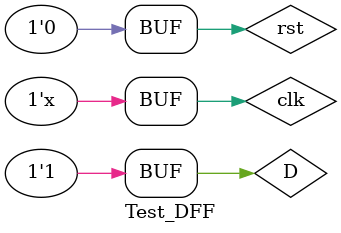
<source format=v>
`timescale 1ns / 1ps


module Test_DFF;

	// Inputs
	reg D;
	reg clk;
	reg rst;

	// Outputs
	wire Q;

	// Instantiate the Unit Under Test (UUT)
	DFF uut (
		.Q(Q), 
		.D(D), 
		.clk(clk), 
		.rst(rst)
	);

	initial begin
		// Initialize Inputs
		D = 0;
		clk = 0;
		rst = 0;

		// Wait 100 ns for global reset to finish
		#100;
       
		$monitor($time,"Q = %b",Q);
		// Add stimulus here
		D = 1;
		#2 D = 0;
		#2 D = 1;
		#10 D = 1;
		#10 D = 0;
		#10 D = 0;
		#10 D = 1;
		#10;
	end
   always
	#10 clk = ~clk;
endmodule


</source>
